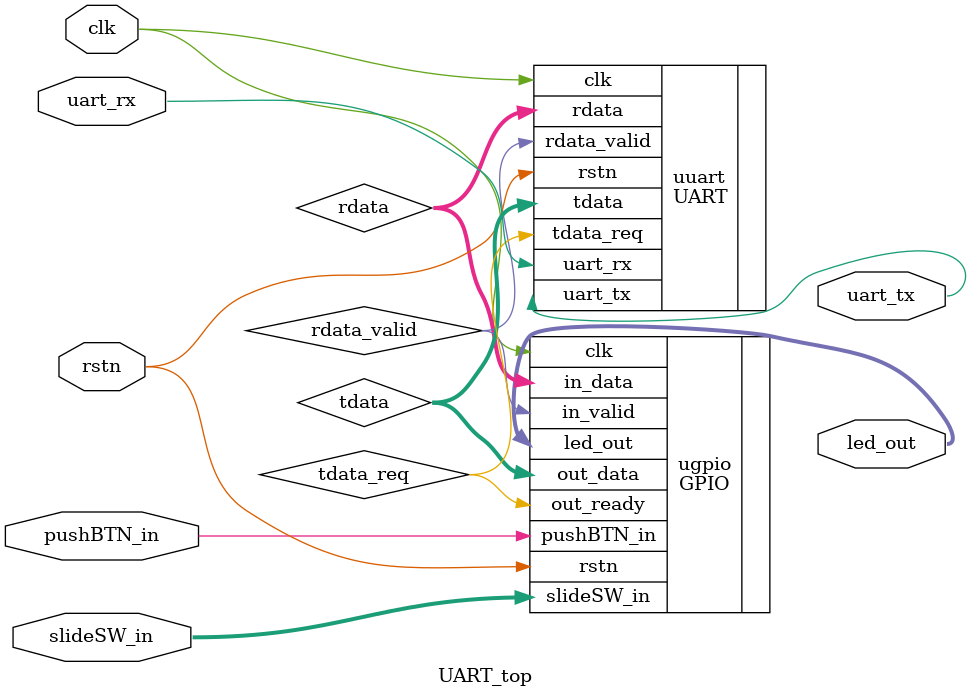
<source format=v>
`timescale 1ns / 1ps

module UART_top(
    input clk,
    input rstn,
    input uart_rx,
    input pushBTN_in,  
    input [7:0] slideSW_in,
    output [7:0] led_out,
    output uart_tx
    );


    wire [7:0] rdata;
    wire rdata_valid;
    wire [7:0] tdata;   
    wire tdata_req;

    UART uuart (.clk(clk), .rstn(rstn), .uart_rx(uart_rx), .rdata(rdata), .rdata_valid(rdata_valid), .tdata(tdata), .tdata_req(tdata_req), .uart_tx(uart_tx));
    GPIO ugpio (.clk(clk), .rstn(rstn), .in_data(rdata), .in_valid(rdata_valid), .led_out(led_out), .pushBTN_in(pushBTN_in), .slideSW_in(slideSW_in), .out_data(tdata), .out_ready(tdata_req));

 
endmodule
</source>
